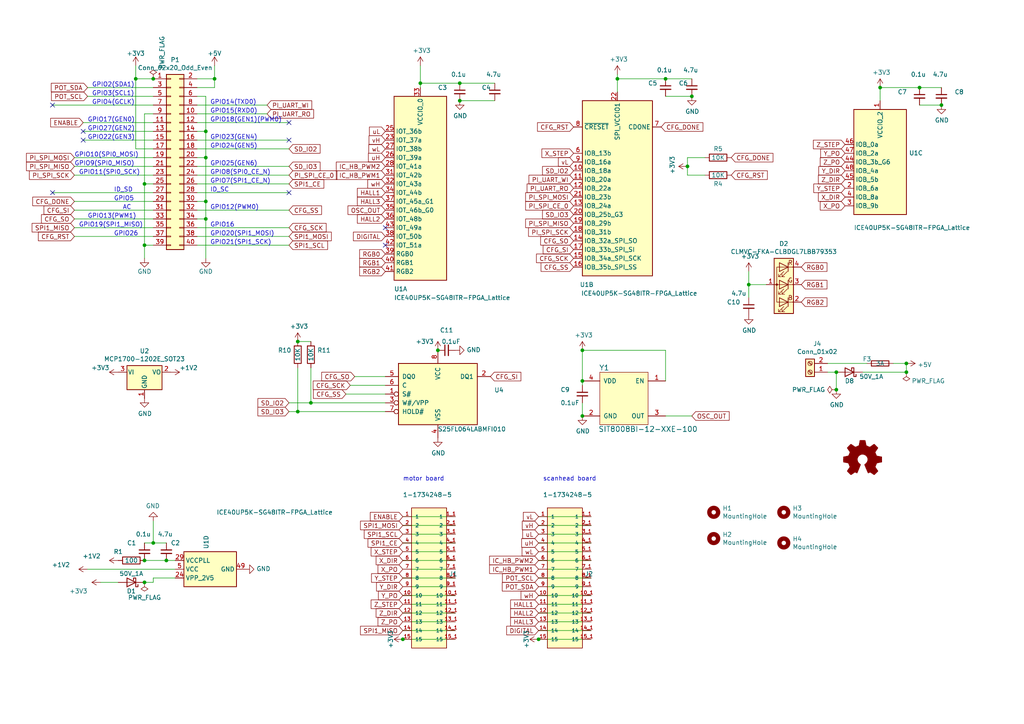
<source format=kicad_sch>
(kicad_sch (version 20211123) (generator eeschema)
  (paper "A4")
  (title_block (title "Firestarter ") (date "2021-07-30") (company "Hexastorm") (comment 1 "v3"))
  (junction (at 121.92 24.13))
  (junction (at 59.69 45.72))
  (junction (at 41.91 162.56))
  (junction (at 168.91 101.6))
  (junction (at 262.89 107.95))
  (junction (at 262.89 105.41))
  (junction (at 199.39 48.26))
  (junction (at 266.7 25.4))
  (junction (at 59.69 58.42))
  (junction (at 59.69 38.1))
  (junction (at 90.17 116.84))
  (junction (at 41.91 168.91))
  (junction (at 242.57 107.95))
  (junction (at 44.45 157.48))
  (junction (at 217.17 82.55))
  (junction (at 193.04 22.86))
  (junction (at 156.21 185.42))
  (junction (at 116.84 185.42))
  (junction (at 59.69 63.5))
  (junction (at 127 101.6))
  (junction (at 86.36 119.38))
  (junction (at 179.07 22.86))
  (junction (at 168.91 120.65))
  (junction (at 48.26 162.56))
  (junction (at 86.36 99.06))
  (junction (at 44.45 22.86))
  (junction (at 41.91 71.12))
  (junction (at 273.05 30.48))
  (junction (at 133.35 29.21))
  (junction (at 39.37 22.86))
  (junction (at 200.66 27.94))
  (junction (at 133.35 24.13))
  (junction (at 255.27 25.4))
  (junction (at 168.91 110.49))
  (junction (at 242.57 113.03))
  (junction (at 62.23 22.86))
  (junction (at 41.91 53.34))
  (no_connect (at 83.82 40.64))
  (no_connect (at 24.13 40.64))
  (no_connect (at 83.82 55.88))
  (no_connect (at 24.13 38.1))
  (no_connect (at 111.76 66.04))
  (no_connect (at 83.82 35.56))
  (no_connect (at 15.24 55.88))
  (no_connect (at 111.76 71.12))
  (no_connect (at 15.24 30.48))
  (wire (pts (xy 262.89 105.41) (xy 262.89 107.95)))
  (wire (pts (xy 250.19 107.95) (xy 262.89 107.95)))
  (wire (pts (xy 21.59 58.42) (xy 44.45 58.42)))
  (wire (pts (xy 143.51 29.21) (xy 133.35 29.21)))
  (wire (pts (xy 86.36 119.38) (xy 111.76 119.38)))
  (wire (pts (xy 240.03 105.41) (xy 251.46 105.41)))
  (wire (pts (xy 121.92 24.13) (xy 121.92 19.05)))
  (wire (pts (xy 59.69 27.94) (xy 57.15 27.94)))
  (wire (pts (xy 266.7 30.48) (xy 273.05 30.48)))
  (wire (pts (xy 199.39 50.8) (xy 204.47 50.8)))
  (wire (pts (xy 204.47 45.72) (xy 199.39 45.72)))
  (wire (pts (xy 57.15 53.34) (xy 83.82 53.34)))
  (wire (pts (xy 57.15 35.56) (xy 83.82 35.56)))
  (wire (pts (xy 44.45 151.13) (xy 44.45 157.48)))
  (wire (pts (xy 168.91 101.6) (xy 193.04 101.6)))
  (wire (pts (xy 57.15 55.88) (xy 83.82 55.88)))
  (wire (pts (xy 57.15 43.18) (xy 83.82 43.18)))
  (wire (pts (xy 193.04 101.6) (xy 193.04 110.49)))
  (wire (pts (xy 59.69 63.5) (xy 59.69 74.93)))
  (wire (pts (xy 116.84 149.86) (xy 132.08 149.86)))
  (wire (pts (xy 179.07 22.86) (xy 179.07 21.59)))
  (wire (pts (xy 156.21 167.64) (xy 171.45 167.64)))
  (wire (pts (xy 116.84 167.64) (xy 132.08 167.64)))
  (wire (pts (xy 41.91 157.48) (xy 44.45 157.48)))
  (wire (pts (xy 116.84 182.88) (xy 132.08 182.88)))
  (wire (pts (xy 83.82 119.38) (xy 86.36 119.38)))
  (wire (pts (xy 29.21 168.91) (xy 34.29 168.91)))
  (wire (pts (xy 156.21 172.72) (xy 171.45 172.72)))
  (wire (pts (xy 59.69 45.72) (xy 59.69 58.42)))
  (wire (pts (xy 116.84 154.94) (xy 132.08 154.94)))
  (wire (pts (xy 21.59 63.5) (xy 44.45 63.5)))
  (wire (pts (xy 255.27 25.4) (xy 266.7 25.4)))
  (wire (pts (xy 90.17 99.06) (xy 86.36 99.06)))
  (wire (pts (xy 199.39 48.26) (xy 199.39 45.72)))
  (wire (pts (xy 116.84 170.18) (xy 132.08 170.18)))
  (wire (pts (xy 121.92 24.13) (xy 133.35 24.13)))
  (wire (pts (xy 59.69 27.94) (xy 59.69 38.1)))
  (wire (pts (xy 116.84 180.34) (xy 132.08 180.34)))
  (wire (pts (xy 259.08 105.41) (xy 262.89 105.41)))
  (wire (pts (xy 156.21 162.56) (xy 171.45 162.56)))
  (wire (pts (xy 156.21 165.1) (xy 171.45 165.1)))
  (wire (pts (xy 179.07 26.67) (xy 179.07 22.86)))
  (wire (pts (xy 156.21 182.88) (xy 171.45 182.88)))
  (wire (pts (xy 242.57 107.95) (xy 242.57 113.03)))
  (wire (pts (xy 57.15 71.12) (xy 83.82 71.12)))
  (wire (pts (xy 116.84 177.8) (xy 132.08 177.8)))
  (wire (pts (xy 62.23 25.4) (xy 57.15 25.4)))
  (wire (pts (xy 41.91 33.02) (xy 41.91 53.34)))
  (wire (pts (xy 156.21 149.86) (xy 171.45 149.86)))
  (wire (pts (xy 116.84 152.4) (xy 132.08 152.4)))
  (wire (pts (xy 116.84 172.72) (xy 132.08 172.72)))
  (wire (pts (xy 39.37 22.86) (xy 44.45 22.86)))
  (wire (pts (xy 25.4 27.94) (xy 44.45 27.94)))
  (wire (pts (xy 59.69 58.42) (xy 57.15 58.42)))
  (wire (pts (xy 41.91 53.34) (xy 41.91 71.12)))
  (wire (pts (xy 44.45 168.91) (xy 44.45 167.64)))
  (wire (pts (xy 39.37 22.86) (xy 39.37 43.18)))
  (wire (pts (xy 39.37 19.05) (xy 39.37 22.86)))
  (wire (pts (xy 168.91 101.6) (xy 168.91 110.49)))
  (wire (pts (xy 44.45 55.88) (xy 15.24 55.88)))
  (wire (pts (xy 21.59 50.8) (xy 44.45 50.8)))
  (wire (pts (xy 59.69 45.72) (xy 57.15 45.72)))
  (wire (pts (xy 156.21 170.18) (xy 171.45 170.18)))
  (wire (pts (xy 62.23 19.05) (xy 62.23 22.86)))
  (wire (pts (xy 57.15 66.04) (xy 83.82 66.04)))
  (wire (pts (xy 59.69 38.1) (xy 59.69 45.72)))
  (wire (pts (xy 24.13 35.56) (xy 44.45 35.56)))
  (wire (pts (xy 15.24 30.48) (xy 44.45 30.48)))
  (wire (pts (xy 57.15 30.48) (xy 77.47 30.48)))
  (wire (pts (xy 24.13 40.64) (xy 44.45 40.64)))
  (wire (pts (xy 217.17 82.55) (xy 222.25 82.55)))
  (wire (pts (xy 156.21 154.94) (xy 171.45 154.94)))
  (wire (pts (xy 255.27 25.4) (xy 255.27 29.21)))
  (wire (pts (xy 217.17 78.74) (xy 217.17 82.55)))
  (wire (pts (xy 90.17 106.68) (xy 90.17 116.84)))
  (wire (pts (xy 156.21 175.26) (xy 171.45 175.26)))
  (wire (pts (xy 57.15 40.64) (xy 83.82 40.64)))
  (wire (pts (xy 44.45 167.64) (xy 50.8 167.64)))
  (wire (pts (xy 48.26 162.56) (xy 50.8 162.56)))
  (wire (pts (xy 116.84 157.48) (xy 132.08 157.48)))
  (wire (pts (xy 44.45 48.26) (xy 21.59 48.26)))
  (wire (pts (xy 59.69 58.42) (xy 59.69 63.5)))
  (wire (pts (xy 156.21 157.48) (xy 171.45 157.48)))
  (wire (pts (xy 90.17 116.84) (xy 111.76 116.84)))
  (wire (pts (xy 41.91 53.34) (xy 44.45 53.34)))
  (wire (pts (xy 57.15 33.02) (xy 77.47 33.02)))
  (wire (pts (xy 62.23 22.86) (xy 62.23 25.4)))
  (wire (pts (xy 41.91 71.12) (xy 44.45 71.12)))
  (wire (pts (xy 111.76 114.3) (xy 100.33 114.3)))
  (wire (pts (xy 199.39 48.26) (xy 199.39 50.8)))
  (wire (pts (xy 200.66 22.86) (xy 193.04 22.86)))
  (wire (pts (xy 240.03 107.95) (xy 242.57 107.95)))
  (wire (pts (xy 133.35 24.13) (xy 143.51 24.13)))
  (wire (pts (xy 121.92 25.4) (xy 121.92 24.13)))
  (wire (pts (xy 266.7 25.4) (xy 273.05 25.4)))
  (wire (pts (xy 44.45 68.58) (xy 21.59 68.58)))
  (wire (pts (xy 116.84 175.26) (xy 132.08 175.26)))
  (wire (pts (xy 21.59 45.72) (xy 44.45 45.72)))
  (wire (pts (xy 116.84 185.42) (xy 132.08 185.42)))
  (wire (pts (xy 57.15 50.8) (xy 83.82 50.8)))
  (wire (pts (xy 21.59 66.04) (xy 44.45 66.04)))
  (wire (pts (xy 156.21 185.42) (xy 171.45 185.42)))
  (wire (pts (xy 41.91 162.56) (xy 48.26 162.56)))
  (wire (pts (xy 193.04 22.86) (xy 179.07 22.86)))
  (wire (pts (xy 21.59 60.96) (xy 44.45 60.96)))
  (wire (pts (xy 59.69 38.1) (xy 57.15 38.1)))
  (wire (pts (xy 168.91 116.84) (xy 168.91 120.65)))
  (wire (pts (xy 57.15 48.26) (xy 83.82 48.26)))
  (wire (pts (xy 41.91 168.91) (xy 44.45 168.91)))
  (wire (pts (xy 86.36 119.38) (xy 86.36 106.68)))
  (wire (pts (xy 116.84 160.02) (xy 132.08 160.02)))
  (wire (pts (xy 25.4 165.1) (xy 50.8 165.1)))
  (wire (pts (xy 156.21 180.34) (xy 171.45 180.34)))
  (wire (pts (xy 101.6 111.76) (xy 111.76 111.76)))
  (wire (pts (xy 83.82 116.84) (xy 90.17 116.84)))
  (wire (pts (xy 171.45 177.8) (xy 156.21 177.8)))
  (wire (pts (xy 116.84 165.1) (xy 132.08 165.1)))
  (wire (pts (xy 44.45 157.48) (xy 48.26 157.48)))
  (wire (pts (xy 156.21 160.02) (xy 171.45 160.02)))
  (wire (pts (xy 57.15 68.58) (xy 83.82 68.58)))
  (wire (pts (xy 62.23 22.86) (xy 57.15 22.86)))
  (wire (pts (xy 24.13 38.1) (xy 44.45 38.1)))
  (wire (pts (xy 41.91 71.12) (xy 41.91 74.93)))
  (wire (pts (xy 111.76 109.22) (xy 102.87 109.22)))
  (wire (pts (xy 59.69 63.5) (xy 57.15 63.5)))
  (wire (pts (xy 39.37 43.18) (xy 44.45 43.18)))
  (wire (pts (xy 156.21 152.4) (xy 171.45 152.4)))
  (wire (pts (xy 168.91 111.76) (xy 168.91 110.49)))
  (wire (pts (xy 25.4 25.4) (xy 44.45 25.4)))
  (wire (pts (xy 41.91 33.02) (xy 44.45 33.02)))
  (wire (pts (xy 116.84 162.56) (xy 132.08 162.56)))
  (wire (pts (xy 217.17 82.55) (xy 217.17 86.36)))
  (wire (pts (xy 57.15 60.96) (xy 83.82 60.96)))
  (wire (pts (xy 193.04 120.65) (xy 200.66 120.65)))
  (wire (pts (xy 193.04 27.94) (xy 200.66 27.94)))
  (text "GPIO21(SPI1_SCK)" (at 60.96 71.12 0) (effects (font (size 1.27 1.27)) (justify left bottom)))
  (text "GPIO4(GCLK)" (at 26.67 30.48 0) (effects (font (size 1.27 1.27)) (justify left bottom)))
  (text "GPIO11(SPI0_SCK)" (at 22.86 50.8 0) (effects (font (size 1.27 1.27)) (justify left bottom)))
  (text "GPIO18(GEN1)(PWM0)" (at 60.96 35.56 0) (effects (font (size 1.27 1.27)) (justify left bottom)))
  (text "GPIO15(RXD0)" (at 60.96 33.02 0) (effects (font (size 1.27 1.27)) (justify left bottom)))
  (text "GPIO19(SPI1_MISO)" (at 22.86 66.04 0) (effects (font (size 1.27 1.27)) (justify left bottom)))
  (text "GPIO25(GEN6)" (at 60.96 48.26 0) (effects (font (size 1.27 1.27)) (justify left bottom)))
  (text "GPIO14(TXD0)" (at 60.96 30.48 0) (effects (font (size 1.27 1.27)) (justify left bottom)))
  (text "GPIO5" (at 33.02 58.42 0) (effects (font (size 1.27 1.27)) (justify left bottom)))
  (text "GPIO12(PWM0)" (at 60.96 60.96 0) (effects (font (size 1.27 1.27)) (justify left bottom)))
  (text "GPIO3(SCL1)" (at 26.67 27.94 0) (effects (font (size 1.27 1.27)) (justify left bottom)))
  (text "GPIO22(GEN3)" (at 25.4 40.64 0) (effects (font (size 1.27 1.27)) (justify left bottom)))
  (text "GPIO26" (at 33.02 68.58 0) (effects (font (size 1.27 1.27)) (justify left bottom)))
  (text "GPIO16" (at 60.96 66.04 0) (effects (font (size 1.27 1.27)) (justify left bottom)))
  (text "GPIO27(GEN2)" (at 25.4 38.1 0) (effects (font (size 1.27 1.27)) (justify left bottom)))
  (text "GPIO8(SPI0_CE_N)" (at 60.96 50.8 0) (effects (font (size 1.27 1.27)) (justify left bottom)))
  (text "GPIO2(SDA1)" (at 26.67 25.4 0) (effects (font (size 1.27 1.27)) (justify left bottom)))
  (text "ID_SD" (at 33.02 55.88 0) (effects (font (size 1.27 1.27)) (justify left bottom)))
  (text "GPIO20(SPI1_MOSI)" (at 60.96 68.58 0) (effects (font (size 1.27 1.27)) (justify left bottom)))
  (text "motor board" (at 116.84 139.7 0) (effects (font (size 1.27 1.27)) (justify left bottom)))
  (text "GPIO17(GEN0)" (at 25.4 35.56 0) (effects (font (size 1.27 1.27)) (justify left bottom)))
  (text "GPIO9(SPI0_MISO)" (at 21.59 48.26 0) (effects (font (size 1.27 1.27)) (justify left bottom)))
  (text "GPIO24(GEN5)" (at 60.96 43.18 0) (effects (font (size 1.27 1.27)) (justify left bottom)))
  (text "GPIO7(SPI1_CE_N)" (at 60.96 53.34 0) (effects (font (size 1.27 1.27)) (justify left bottom)))
  (text "GPIO10(SPI0_MOSI)" (at 21.59 45.72 0) (effects (font (size 1.27 1.27)) (justify left bottom)))
  (text "ID_SC" (at 60.96 55.88 0) (effects (font (size 1.27 1.27)) (justify left bottom)))
  (text "AC" (at 35.56 60.96 0) (effects (font (size 1.27 1.27)) (justify left bottom)))
  (text "scanhead board" (at 157.48 139.7 0) (effects (font (size 1.27 1.27)) (justify left bottom)))
  (text "GPIO13(PWM1)" (at 25.4 63.5 0) (effects (font (size 1.27 1.27)) (justify left bottom)))
  (text "GPIO23(GEN4)" (at 60.96 40.64 0) (effects (font (size 1.27 1.27)) (justify left bottom)))
  (global_label "SD_IO2" (shape input) (at 166.37 49.53 180) (property "Intersheet References" "${INTERSHEET_REFS}" (effects hide)))
  (global_label "CFG_DONE" (shape input) (at 21.59 58.42 180) (property "Intersheet References" "${INTERSHEET_REFS}" (effects hide)))
  (global_label "DIGITAL" (shape input) (at 156.21 182.88 180) (property "Intersheet References" "${INTERSHEET_REFS}" (effects hide)))
  (global_label "SPI1_CE" (shape input) (at 116.84 157.48 180) (property "Intersheet References" "${INTERSHEET_REFS}" (effects hide)))
  (global_label "PI_SPI_MISO" (shape input) (at 166.37 64.77 180) (property "Intersheet References" "${INTERSHEET_REFS}" (effects hide)))
  (global_label "CFG_RST" (shape input) (at 212.09 50.8 0) (property "Intersheet References" "${INTERSHEET_REFS}" (effects hide)))
  (global_label "CFG_SI" (shape input) (at 21.59 60.96 180) (property "Intersheet References" "${INTERSHEET_REFS}" (effects hide)))
  (global_label "OSC_OUT" (shape input) (at 200.66 120.65 0) (property "Intersheet References" "${INTERSHEET_REFS}" (effects hide)))
  (global_label "SD_IO3" (shape input) (at 83.82 48.26 0) (property "Intersheet References" "${INTERSHEET_REFS}" (effects hide)))
  (global_label "RGB1" (shape input) (at 111.76 76.2 180) (property "Intersheet References" "${INTERSHEET_REFS}" (effects hide)))
  (global_label "Y_DIR" (shape input) (at 245.11 49.53 180) (property "Intersheet References" "${INTERSHEET_REFS}" (effects hide)))
  (global_label "SD_IO3" (shape input) (at 166.37 62.23 180) (property "Intersheet References" "${INTERSHEET_REFS}" (effects hide)))
  (global_label "wL" (shape input) (at 156.21 160.02 180) (property "Intersheet References" "${INTERSHEET_REFS}" (effects hide)))
  (global_label "PI_SPI_MOSI" (shape input) (at 166.37 57.15 180) (property "Intersheet References" "${INTERSHEET_REFS}" (effects hide)))
  (global_label "PI_SPI_SCK" (shape input) (at 21.59 50.8 180) (property "Intersheet References" "${INTERSHEET_REFS}" (effects hide)))
  (global_label "CFG_SS" (shape input) (at 166.37 77.47 180) (property "Intersheet References" "${INTERSHEET_REFS}" (effects hide)))
  (global_label "POT_SDA" (shape input) (at 156.21 170.18 180) (property "Intersheet References" "${INTERSHEET_REFS}" (effects hide)))
  (global_label "PI_SPI_CE_0" (shape input) (at 166.37 59.69 180) (property "Intersheet References" "${INTERSHEET_REFS}" (effects hide)))
  (global_label "CFG_SO" (shape input) (at 21.59 63.5 180) (property "Intersheet References" "${INTERSHEET_REFS}" (effects hide)))
  (global_label "wH" (shape input) (at 156.21 172.72 180) (property "Intersheet References" "${INTERSHEET_REFS}" (effects hide)))
  (global_label "Z_PO" (shape input) (at 116.84 180.34 180) (property "Intersheet References" "${INTERSHEET_REFS}" (effects hide)))
  (global_label "ENABLE" (shape input) (at 116.84 149.86 180) (property "Intersheet References" "${INTERSHEET_REFS}" (effects hide)))
  (global_label "CFG_SCK" (shape input) (at 101.6 111.76 180) (property "Intersheet References" "${INTERSHEET_REFS}" (effects hide)))
  (global_label "X_STEP" (shape input) (at 116.84 160.02 180) (property "Intersheet References" "${INTERSHEET_REFS}" (effects hide)))
  (global_label "POT_SDA" (shape input) (at 25.4 25.4 180) (property "Intersheet References" "${INTERSHEET_REFS}" (effects hide)))
  (global_label "X_PO" (shape input) (at 245.11 59.69 180) (property "Intersheet References" "${INTERSHEET_REFS}" (effects hide)))
  (global_label "Y_DIR" (shape input) (at 116.84 170.18 180) (property "Intersheet References" "${INTERSHEET_REFS}" (effects hide)))
  (global_label "uL" (shape input) (at 111.76 38.1 180) (property "Intersheet References" "${INTERSHEET_REFS}" (effects hide)))
  (global_label "Y_PO" (shape input) (at 116.84 172.72 180) (property "Intersheet References" "${INTERSHEET_REFS}" (effects hide)))
  (global_label "CFG_RST" (shape input) (at 166.37 36.83 180) (property "Intersheet References" "${INTERSHEET_REFS}" (effects hide)))
  (global_label "SD_IO2" (shape input) (at 83.82 43.18 0) (property "Intersheet References" "${INTERSHEET_REFS}" (effects hide)))
  (global_label "HALL2" (shape input) (at 156.21 177.8 180) (property "Intersheet References" "${INTERSHEET_REFS}" (effects hide)))
  (global_label "IC_HB_PWM1" (shape input) (at 111.76 50.8 180) (property "Intersheet References" "${INTERSHEET_REFS}" (effects hide)))
  (global_label "HALL3" (shape input) (at 156.21 180.34 180) (property "Intersheet References" "${INTERSHEET_REFS}" (effects hide)))
  (global_label "SPI1_CE" (shape input) (at 83.82 53.34 0) (property "Intersheet References" "${INTERSHEET_REFS}" (effects hide)))
  (global_label "PI_SPI_CE_0" (shape input) (at 83.82 50.8 0) (property "Intersheet References" "${INTERSHEET_REFS}" (effects hide)))
  (global_label "uH" (shape input) (at 111.76 45.72 180) (property "Intersheet References" "${INTERSHEET_REFS}" (effects hide)))
  (global_label "SD_IO3" (shape input) (at 83.82 119.38 180) (property "Intersheet References" "${INTERSHEET_REFS}" (effects hide)))
  (global_label "PI_UART_RO" (shape input) (at 166.37 54.61 180) (property "Intersheet References" "${INTERSHEET_REFS}" (effects hide)))
  (global_label "CFG_SO" (shape input) (at 166.37 69.85 180) (property "Intersheet References" "${INTERSHEET_REFS}" (effects hide)))
  (global_label "Z_PO" (shape input) (at 245.11 46.99 180) (property "Intersheet References" "${INTERSHEET_REFS}" (effects hide)))
  (global_label "IC_HB_PWM1" (shape input) (at 156.21 165.1 180) (property "Intersheet References" "${INTERSHEET_REFS}" (effects hide)))
  (global_label "RGB0" (shape input) (at 111.76 73.66 180) (property "Intersheet References" "${INTERSHEET_REFS}" (effects hide)))
  (global_label "CFG_SO" (shape input) (at 102.87 109.22 180) (property "Intersheet References" "${INTERSHEET_REFS}" (effects hide)))
  (global_label "Y_PO" (shape input) (at 245.11 44.45 180) (property "Intersheet References" "${INTERSHEET_REFS}" (effects hide)))
  (global_label "POT_SCL" (shape input) (at 156.21 167.64 180) (property "Intersheet References" "${INTERSHEET_REFS}" (effects hide)))
  (global_label "CFG_SI" (shape input) (at 142.24 109.22 0) (property "Intersheet References" "${INTERSHEET_REFS}" (effects hide)))
  (global_label "wH" (shape input) (at 111.76 53.34 180) (property "Intersheet References" "${INTERSHEET_REFS}" (effects hide)))
  (global_label "PI_SPI_MOSI" (shape input) (at 21.59 45.72 180) (property "Intersheet References" "${INTERSHEET_REFS}" (effects hide)))
  (global_label "vL" (shape input) (at 156.21 149.86 180) (property "Intersheet References" "${INTERSHEET_REFS}" (effects hide)))
  (global_label "wL" (shape input) (at 111.76 43.18 180) (property "Intersheet References" "${INTERSHEET_REFS}" (effects hide)))
  (global_label "SPI1_SCL" (shape input) (at 83.82 71.12 0) (property "Intersheet References" "${INTERSHEET_REFS}" (effects hide)))
  (global_label "SPI1_MOSI" (shape input) (at 83.82 68.58 0) (property "Intersheet References" "${INTERSHEET_REFS}" (effects hide)))
  (global_label "Y_STEP" (shape input) (at 245.11 54.61 180) (property "Intersheet References" "${INTERSHEET_REFS}" (effects hide)))
  (global_label "POT_SCL" (shape input) (at 25.4 27.94 180) (property "Intersheet References" "${INTERSHEET_REFS}" (effects hide)))
  (global_label "SPI1_MISO" (shape input) (at 116.84 182.88 180) (property "Intersheet References" "${INTERSHEET_REFS}" (effects hide)))
  (global_label "uH" (shape input) (at 156.21 157.48 180) (property "Intersheet References" "${INTERSHEET_REFS}" (effects hide)))
  (global_label "PI_SPI_MISO" (shape input) (at 21.59 48.26 180) (property "Intersheet References" "${INTERSHEET_REFS}" (effects hide)))
  (global_label "Y_STEP" (shape input) (at 116.84 167.64 180) (property "Intersheet References" "${INTERSHEET_REFS}" (effects hide)))
  (global_label "CFG_DONE" (shape input) (at 191.77 36.83 0) (property "Intersheet References" "${INTERSHEET_REFS}" (effects hide)))
  (global_label "RGB1" (shape input) (at 232.41 82.55 0) (property "Intersheet References" "${INTERSHEET_REFS}" (effects hide)))
  (global_label "HALL3" (shape input) (at 111.76 58.42 180) (property "Intersheet References" "${INTERSHEET_REFS}" (effects hide)))
  (global_label "Z_STEP" (shape input) (at 245.11 41.91 180) (property "Intersheet References" "${INTERSHEET_REFS}" (effects hide)))
  (global_label "RGB2" (shape input) (at 111.76 78.74 180) (property "Intersheet References" "${INTERSHEET_REFS}" (effects hide)))
  (global_label "IC_HB_PWM2" (shape input) (at 156.21 162.56 180) (property "Intersheet References" "${INTERSHEET_REFS}" (effects hide)))
  (global_label "SD_IO2" (shape input) (at 83.82 116.84 180) (property "Intersheet References" "${INTERSHEET_REFS}" (effects hide)))
  (global_label "vH" (shape input) (at 111.76 40.64 180) (property "Intersheet References" "${INTERSHEET_REFS}" (effects hide)))
  (global_label "PI_UART_RO" (shape input) (at 77.47 33.02 0) (property "Intersheet References" "${INTERSHEET_REFS}" (effects hide)))
  (global_label "PI_SPI_SCK" (shape input) (at 166.37 67.31 180) (property "Intersheet References" "${INTERSHEET_REFS}" (effects hide)))
  (global_label "HALL1" (shape input) (at 111.76 55.88 180) (property "Intersheet References" "${INTERSHEET_REFS}" (effects hide)))
  (global_label "X_DIR" (shape input) (at 116.84 162.56 180) (property "Intersheet References" "${INTERSHEET_REFS}" (effects hide)))
  (global_label "CFG_SI" (shape input) (at 166.37 72.39 180) (property "Intersheet References" "${INTERSHEET_REFS}" (effects hide)))
  (global_label "vL" (shape input) (at 166.37 46.99 180) (property "Intersheet References" "${INTERSHEET_REFS}" (effects hide)))
  (global_label "IC_HB_PWM2" (shape input) (at 111.76 48.26 180) (property "Intersheet References" "${INTERSHEET_REFS}" (effects hide)))
  (global_label "X_STEP" (shape input) (at 166.37 44.45 180) (property "Intersheet References" "${INTERSHEET_REFS}" (effects hide)))
  (global_label "RGB2" (shape input) (at 232.41 87.63 0) (property "Intersheet References" "${INTERSHEET_REFS}" (effects hide)))
  (global_label "CFG_DONE" (shape input) (at 212.09 45.72 0) (property "Intersheet References" "${INTERSHEET_REFS}" (effects hide)))
  (global_label "SPI1_MISO" (shape input) (at 21.59 66.04 180) (property "Intersheet References" "${INTERSHEET_REFS}" (effects hide)))
  (global_label "OSC_OUT" (shape input) (at 111.76 60.96 180) (property "Intersheet References" "${INTERSHEET_REFS}" (effects hide)))
  (global_label "Z_STEP" (shape input) (at 116.84 175.26 180) (property "Intersheet References" "${INTERSHEET_REFS}" (effects hide)))
  (global_label "CFG_SS" (shape input) (at 100.33 114.3 180) (property "Intersheet References" "${INTERSHEET_REFS}" (effects hide)))
  (global_label "HALL1" (shape input) (at 156.21 175.26 180) (property "Intersheet References" "${INTERSHEET_REFS}" (effects hide)))
  (global_label "HALL2" (shape input) (at 111.76 63.5 180) (property "Intersheet References" "${INTERSHEET_REFS}" (effects hide)))
  (global_label "PI_UART_WI" (shape input) (at 166.37 52.07 180) (property "Intersheet References" "${INTERSHEET_REFS}" (effects hide)))
  (global_label "RGB0" (shape input) (at 232.41 77.47 0) (property "Intersheet References" "${INTERSHEET_REFS}" (effects hide)))
  (global_label "CFG_SS" (shape input) (at 83.82 60.96 0) (property "Intersheet References" "${INTERSHEET_REFS}" (effects hide)))
  (global_label "SPI1_MOSI" (shape input) (at 116.84 152.4 180) (property "Intersheet References" "${INTERSHEET_REFS}" (effects hide)))
  (global_label "uL" (shape input) (at 156.21 154.94 180) (property "Intersheet References" "${INTERSHEET_REFS}" (effects hide)))
  (global_label "CFG_SCK" (shape input) (at 83.82 66.04 0) (property "Intersheet References" "${INTERSHEET_REFS}" (effects hide)))
  (global_label "Z_DIR" (shape input) (at 116.84 177.8 180) (property "Intersheet References" "${INTERSHEET_REFS}" (effects hide)))
  (global_label "X_PO" (shape input) (at 116.84 165.1 180) (property "Intersheet References" "${INTERSHEET_REFS}" (effects hide)))
  (global_label "PI_UART_WI" (shape input) (at 77.47 30.48 0) (property "Intersheet References" "${INTERSHEET_REFS}" (effects hide)))
  (global_label "ENABLE" (shape input) (at 24.13 35.56 180) (property "Intersheet References" "${INTERSHEET_REFS}" (effects hide)))
  (global_label "Z_DIR" (shape input) (at 245.11 52.07 180) (property "Intersheet References" "${INTERSHEET_REFS}" (effects hide)))
  (global_label "CFG_SCK" (shape input) (at 166.37 74.93 180) (property "Intersheet References" "${INTERSHEET_REFS}" (effects hide)))
  (global_label "SPI1_SCL" (shape input) (at 116.84 154.94 180) (property "Intersheet References" "${INTERSHEET_REFS}" (effects hide)))
  (global_label "CFG_RST" (shape input) (at 21.59 68.58 180) (property "Intersheet References" "${INTERSHEET_REFS}" (effects hide)))
  (global_label "DIGITAL" (shape input) (at 111.76 68.58 180) (property "Intersheet References" "${INTERSHEET_REFS}" (effects hide)))
  (global_label "X_DIR" (shape input) (at 245.11 57.15 180) (property "Intersheet References" "${INTERSHEET_REFS}" (effects hide)))
  (global_label "vH" (shape input) (at 156.21 152.4 180) (property "Intersheet References" "${INTERSHEET_REFS}" (effects hide)))
  (symbol (lib_id "power:+5V") (at 62.23 19.05 0) (unit 1)
    (property "Reference" "#PWR01" (effects hide))
    (property "Value" "+5V" (at 62.23 15.494 0))
  )
  (symbol (lib_id "power:+3.3V") (at 39.37 19.05 0) (unit 1)
    (property "Reference" "#PWR04" (effects hide))
    (property "Value" "+3.3V" (at 39.37 15.494 0))
  )
  (symbol (lib_id "power:GND") (at 59.69 74.93 0) (unit 1)
    (property "Reference" "#PWR02" (effects hide))
    (property "Value" "GND" (at 59.69 78.74 0))
  )
  (symbol (lib_id "power:GND") (at 41.91 74.93 0) (unit 1)
    (property "Reference" "#PWR03" (effects hide))
    (property "Value" "GND" (at 41.91 78.74 0))
  )
  (symbol (lib_id "Connector_Generic:Conn_02x20_Odd_Even") (at 49.53 45.72 0) (unit 1)
    (property "Reference" "P1" (at 50.8 17.3482 0))
    (property "Value" "Conn_02x20_Odd_Even" (at 50.8 19.6596 0))
    (property "Footprint" "Connector_PinSocket_2.54mm:PinSocket_2x20_P2.54mm_Vertical" (effects hide))
  )
  (symbol (lib_id "Device:R") (at 208.28 45.72 90) (unit 1)
    (property "Reference" "R5" (at 208.28 43.18 90))
    (property "Value" "10K" (at 208.28 45.72 90))
    (property "Footprint" "Resistor_SMD:R_0805_2012Metric_Pad1.15x1.40mm_HandSolder" (effects hide))
  )
  (symbol (lib_id "beagle-wire:+5V") (at 262.89 105.41 270) (unit 1)
    (property "Reference" "#PWR0126" (effects hide))
    (property "Value" "+5V" (at 266.1412 105.791 90) (effects (justify left)))
  )
  (symbol (lib_id "Graphic:Logo_Open_Hardware_Small") (at 250.19 133.35 0) (unit 1)
    (property "Reference" "G1" (effects hide))
    (property "Value" "hexastorm" (effects hide))
    (property "Footprint" "footprints:hexastorm" (effects hide))
  )
  (symbol (lib_id "power:GND") (at 242.57 113.03 0) (unit 1)
    (property "Reference" "#PWR0127" (effects hide))
    (property "Value" "GND" (at 242.697 117.4242 0))
  )
  (symbol (lib_id "power:PWR_FLAG") (at 262.89 107.95 180) (unit 1)
    (property "Reference" "#FLG0101" (effects hide))
    (property "Value" "PWR_FLAG" (at 269.24 110.49 0))
  )
  (symbol (lib_id "power:PWR_FLAG") (at 242.57 113.03 90) (unit 1)
    (property "Reference" "#FLG0102" (effects hide))
    (property "Value" "PWR_FLAG" (at 239.3442 113.03 90) (effects (justify left)))
  )
  (symbol (lib_id "power:+3V3") (at 127 101.6 0) (unit 1)
    (property "Reference" "#PWR0128" (effects hide))
    (property "Value" "+3V3" (at 123.19 99.06 0))
  )
  (symbol (lib_id "Device:C_Small") (at 129.54 101.6 90) (unit 1)
    (property "Reference" "C11" (at 129.54 95.7834 90))
    (property "Value" "0.1uF" (at 130.81 99.06 90))
    (property "Footprint" "Capacitor_SMD:C_0805_2012Metric_Pad1.18x1.45mm_HandSolder" (effects hide))
  )
  (symbol (lib_id "Device:Fuse") (at 255.27 105.41 270) (unit 1)
    (property "Reference" "F3" (at 251.46 104.14 90))
    (property "Value" "3A" (at 255.27 105.41 90))
    (property "Footprint" "Fuse:Fuse_1206_3216Metric" (effects hide))
    (property "Datasheet" "http://www.farnell.com/datasheets/719023.pdf" (effects hide))
  )
  (symbol (lib_id "Device:D_Schottky") (at 246.38 107.95 180) (unit 1)
    (property "Reference" "D8" (at 246.38 110.49 0))
    (property "Value" "50V_1A" (at 252.73 109.22 0))
    (property "Footprint" "Diode_SMD:D_SMA_Handsoldering" (effects hide))
    (property "Datasheet" "http://www.farnell.com/datasheets/2300053.pdf" (effects hide))
  )
  (symbol (lib_id "power:GND") (at 132.08 101.6 90) (unit 1)
    (property "Reference" "#PWR0129" (effects hide))
    (property "Value" "GND" (at 135.3312 101.473 90) (effects (justify right)))
  )
  (symbol (lib_id "power:GND") (at 127 127 0) (unit 1)
    (property "Reference" "#PWR0130" (effects hide))
    (property "Value" "GND" (at 127.127 131.3942 0))
  )
  (symbol (lib_id "beagle-wire:M25PX32-VMW") (at 127 114.3 0) (unit 1)
    (property "Reference" "U4" (at 143.3576 113.1316 0) (effects (justify left)))
    (property "Value" "S25FL064LABMFI010" (at 127 124.46 0) (effects (justify left)))
    (property "Footprint" "Package_SO:SOIJ-8_5.3x5.3mm_P1.27mm" (effects hide))
    (property "Datasheet" "https://nl.farnell.com/cypress-semiconductor/s25fl064labmfi010/flash-memory-64mbit-soic-8/dp/2768034" (effects hide))
  )
  (symbol (lib_id "Device:R") (at 90.17 102.87 180) (unit 1)
    (property "Reference" "R11" (at 93.98 101.6 0))
    (property "Value" "10K" (at 90.17 102.87 90))
    (property "Footprint" "Resistor_SMD:R_0805_2012Metric_Pad1.15x1.40mm_HandSolder" (effects hide))
  )
  (symbol (lib_id "Device:R") (at 86.36 102.87 180) (unit 1)
    (property "Reference" "R10" (at 82.55 101.6 0))
    (property "Value" "10K" (at 86.36 102.87 90))
    (property "Footprint" "Resistor_SMD:R_0805_2012Metric_Pad1.15x1.40mm_HandSolder" (effects hide))
  )
  (symbol (lib_id "power:+3.3V") (at 86.36 99.06 0) (unit 1)
    (property "Reference" "#PWR0133" (effects hide))
    (property "Value" "+3.3V" (at 86.741 94.6658 0))
  )
  (symbol (lib_id "Regulator_Linear:MCP1700-1202E_SOT23") (at 41.91 107.95 0) (unit 1)
    (property "Reference" "U2" (at 41.91 101.8032 0))
    (property "Value" "MCP1700-1202E_SOT23" (at 41.91 104.1146 0))
    (property "Footprint" "Package_TO_SOT_SMD:SOT-23" (effects hide))
    (property "Datasheet" "http://ww1.microchip.com/downloads/en/DeviceDoc/20001826D.pdf" (effects hide))
  )
  (symbol (lib_id "Device:R") (at 208.28 50.8 90) (unit 1)
    (property "Reference" "R4" (at 208.28 53.34 90))
    (property "Value" "10K" (at 208.28 50.8 90))
    (property "Footprint" "Resistor_SMD:R_0805_2012Metric_Pad1.15x1.40mm_HandSolder" (effects hide))
  )
  (symbol (lib_id "power:+3.3V") (at 199.39 48.26 90) (unit 1)
    (property "Reference" "#PWR0136" (effects hide))
    (property "Value" "+3.3V" (at 194.9958 47.879 0))
  )
  (symbol (lib_id "power:PWR_FLAG") (at 44.45 22.86 0) (unit 1)
    (property "Reference" "#FLG0110" (effects hide))
    (property "Value" "PWR_FLAG" (at 46.99 15.24 90))
  )
  (symbol (lib_id "power:GND") (at 41.91 115.57 0) (unit 1)
    (property "Reference" "#PWR0149" (effects hide))
    (property "Value" "GND" (at 42.037 119.9642 0))
  )
  (symbol (lib_id "power:+3V3") (at 34.29 107.95 90) (unit 1)
    (property "Reference" "#PWR0150" (effects hide))
    (property "Value" "+3V3" (at 31.75 106.68 90) (effects (justify left)))
  )
  (symbol (lib_id "power:+1V2") (at 49.53 107.95 270) (unit 1)
    (property "Reference" "#PWR0151" (effects hide))
    (property "Value" "+1V2" (at 52.07 106.68 90) (effects (justify left)))
  )
  (symbol (lib_id "beagle-wire:ASDM100MHZ-LY-T") (at 181.61 106.68 0) (unit 1)
    (property "Reference" "Y1" (at 175.26 106.68 0) (effects (font (size 1.524 1.524))))
    (property "Value" "SIT8008BI-12-XXE-100" (at 187.96 124.46 0) (effects (font (size 1.524 1.524))))
    (property "Footprint" "BeagleWire_elements_package:ASDMB-100.000MHZ-XY-T" (effects hide))
    (property "Datasheet" "https://nl.farnell.com/sitime/sit8008bi-12-xxe-100-000000g/mems-osc-100mhz-2-5x2mm-lvcmos/dp/2850155" (effects hide))
  )
  (symbol (lib_id "power:GND") (at 168.91 120.65 0) (unit 1)
    (property "Reference" "#PWR0152" (effects hide))
    (property "Value" "GND" (at 169.037 125.0442 0))
  )
  (symbol (lib_id "Device:C_Small") (at 168.91 114.3 0) (unit 1)
    (property "Reference" "C9" (at 162.56 113.03 0) (effects (justify left)))
    (property "Value" "0.1uF" (at 162.56 116.84 0) (effects (justify left)))
    (property "Footprint" "Capacitor_SMD:C_0805_2012Metric_Pad1.15x1.40mm_HandSolder" (effects hide))
  )
  (symbol (lib_id "power:+3V3") (at 168.91 101.6 0) (unit 1)
    (property "Reference" "#PWR0153" (effects hide))
    (property "Value" "+3V3" (at 169.291 97.2058 0))
  )
  (symbol (lib_id "firestarter_library:1-1734248-5") (at 124.46 167.64 0) (unit 1)
    (property "Reference" "J1" (at 130.2512 166.4716 0) (effects (justify left)))
    (property "Value" "1-1734248-5" (at 116.84 143.51 0) (effects (justify left)))
    (property "Footprint" "BeagleWire_elements_package:TE_1-1734248-5" (effects hide))
    (property "EU_ROHS_COMPLIANCE" "Compliant" (effects hide))
    (property "STANDARD" "Manufacturer Recommendations" (effects hide))
    (property "TE_PURCHASE_URL" "https://www.te.com/usa-en/product-1-1734248-5.html?te_bu=Cor&te_type=disp&te_campaign=seda_glo_cor-seda-global-disp-prtnr-fy19-seda-model-bom-cta_sma-317_1&elqCampaignId=32493" (effects hide))
    (property "PRICE" "None" (effects hide))
    (property "MP" "1-1734248-5" (effects hide))
    (property "DESCRIPTION" "Conn FPC Connector SKT 15 POS 1mm Solder ST SMD T/R" (effects hide))
    (property "AVAILABILITY" "Unavailable" (effects hide))
    (property "COMMENT" "1-1734248-5" (effects hide))
    (property "MANUFACTURER" "TE Connectivity" (effects hide))
    (property "PARTREV" "E1" (effects hide))
    (property "PACKAGE" "None" (effects hide))
  )
  (symbol (lib_id "firestarter_library:1-1734248-5") (at 163.83 167.64 0) (unit 1)
    (property "Reference" "J2" (at 169.6212 166.4716 0) (effects (justify left)))
    (property "Value" "1-1734248-5" (at 157.48 143.51 0) (effects (justify left)))
    (property "Footprint" "BeagleWire_elements_package:TE_1-1734248-5" (effects hide))
    (property "EU_ROHS_COMPLIANCE" "Compliant" (effects hide))
    (property "STANDARD" "Manufacturer Recommendations" (effects hide))
    (property "TE_PURCHASE_URL" "https://www.te.com/usa-en/product-1-1734248-5.html?te_bu=Cor&te_type=disp&te_campaign=seda_glo_cor-seda-global-disp-prtnr-fy19-seda-model-bom-cta_sma-317_1&elqCampaignId=32493" (effects hide))
    (property "PRICE" "None" (effects hide))
    (property "MP" "1-1734248-5" (effects hide))
    (property "DESCRIPTION" "Conn FPC Connector SKT 15 POS 1mm Solder ST SMD T/R" (effects hide))
    (property "AVAILABILITY" "Unavailable" (effects hide))
    (property "COMMENT" "1-1734248-5" (effects hide))
    (property "MANUFACTURER" "TE Connectivity" (effects hide))
    (property "PARTREV" "E1" (effects hide))
    (property "PACKAGE" "None" (effects hide))
  )
  (symbol (lib_id "UPduino_v3.0:ICE40UP5K-SG48ITR-FPGA_Lattice") (at 121.92 53.34 0) (unit 1)
    (property "Reference" "U1" (at 114.3 83.82 0) (effects (justify left)))
    (property "Value" "ICE40UP5K-SG48ITR-FPGA_Lattice" (at 114.3 86.36 0) (effects (justify left)))
    (property "Footprint" "footprints:QFN-48-1EP_7x7mm_P0.5mm_EP5.6x5.6mm" (effects hide))
  )
  (symbol (lib_id "UPduino_v3.0:ICE40UP5K-SG48ITR-FPGA_Lattice") (at 179.07 54.61 0) (unit 2)
    (property "Reference" "U1" (at 170.18 82.55 0))
    (property "Value" "ICE40UP5K-SG48ITR-FPGA_Lattice" (at 185.42 85.09 0))
    (property "Footprint" "footprints:QFN-48-1EP_7x7mm_P0.5mm_EP5.6x5.6mm" (effects hide))
  )
  (symbol (lib_id "UPduino_v3.0:ICE40UP5K-SG48ITR-FPGA_Lattice") (at 255.27 46.99 0) (unit 3)
    (property "Reference" "U1" (at 263.652 44.3738 0) (effects (justify left)))
    (property "Value" "ICE40UP5K-SG48ITR-FPGA_Lattice" (at 247.65 66.04 0) (effects (justify left)))
    (property "Footprint" "footprints:QFN-48-1EP_7x7mm_P0.5mm_EP5.6x5.6mm" (effects hide))
  )
  (symbol (lib_id "UPduino_v3.0:ICE40UP5K-SG48ITR-FPGA_Lattice") (at 60.96 165.1 90) (unit 4)
    (property "Reference" "U1" (at 59.7916 159.258 0) (effects (justify left)))
    (property "Value" "ICE40UP5K-SG48ITR-FPGA_Lattice" (at 96.52 148.59 90) (effects (justify left)))
    (property "Footprint" "footprints:QFN-48-1EP_7x7mm_P0.5mm_EP5.6x5.6mm" (effects hide))
  )
  (symbol (lib_id "power:+3.3V") (at 121.92 19.05 0) (unit 1)
    (property "Reference" "#PWR0101" (effects hide))
    (property "Value" "+3.3V" (at 122.301 14.6558 0))
  )
  (symbol (lib_id "power:+3.3V") (at 179.07 21.59 0) (unit 1)
    (property "Reference" "#PWR0102" (effects hide))
    (property "Value" "+3.3V" (at 179.451 17.1958 0))
  )
  (symbol (lib_id "power:GND") (at 133.35 29.21 0) (unit 1)
    (property "Reference" "#PWR0103" (effects hide))
    (property "Value" "GND" (at 133.477 33.6042 0))
  )
  (symbol (lib_id "Device:C_Small") (at 133.35 26.67 0) (unit 1)
    (property "Reference" "C3" (at 127 25.4 0) (effects (justify left)))
    (property "Value" "0.1u" (at 130.81 21.59 0) (effects (justify left)))
    (property "Footprint" "Capacitor_SMD:C_0805_2012Metric_Pad1.18x1.45mm_HandSolder" (effects hide))
  )
  (symbol (lib_id "Device:C_Small") (at 143.51 26.67 0) (unit 1)
    (property "Reference" "C4" (at 139.7 25.4 0) (effects (justify left)))
    (property "Value" "4.7u" (at 140.97 21.59 0) (effects (justify left)))
    (property "Footprint" "Capacitor_SMD:C_0805_2012Metric_Pad1.18x1.45mm_HandSolder" (effects hide))
  )
  (symbol (lib_id "Device:C_Small") (at 193.04 25.4 0) (unit 1)
    (property "Reference" "C5" (at 187.96 24.13 0) (effects (justify left)))
    (property "Value" "0.1u" (at 190.5 20.32 0) (effects (justify left)))
    (property "Footprint" "Capacitor_SMD:C_0805_2012Metric_Pad1.18x1.45mm_HandSolder" (effects hide))
  )
  (symbol (lib_id "Device:C_Small") (at 200.66 25.4 0) (unit 1)
    (property "Reference" "C6" (at 196.85 24.13 0) (effects (justify left)))
    (property "Value" "4.7u" (at 198.12 20.32 0) (effects (justify left)))
    (property "Footprint" "Capacitor_SMD:C_0805_2012Metric_Pad1.18x1.45mm_HandSolder" (effects hide))
  )
  (symbol (lib_id "Device:C_Small") (at 266.7 27.94 0) (unit 1)
    (property "Reference" "C7" (at 260.35 26.67 0) (effects (justify left)))
    (property "Value" "0.1u" (at 264.16 21.59 0) (effects (justify left)))
    (property "Footprint" "Capacitor_SMD:C_0805_2012Metric_Pad1.18x1.45mm_HandSolder" (effects hide))
  )
  (symbol (lib_id "Device:C_Small") (at 273.05 27.94 0) (unit 1)
    (property "Reference" "C8" (at 276.86 26.67 0) (effects (justify left)))
    (property "Value" "4.7u" (at 270.51 21.59 0) (effects (justify left)))
    (property "Footprint" "Capacitor_SMD:C_0805_2012Metric_Pad1.18x1.45mm_HandSolder" (effects hide))
  )
  (symbol (lib_id "power:GND") (at 200.66 27.94 0) (unit 1)
    (property "Reference" "#PWR0104" (effects hide))
    (property "Value" "GND" (at 200.787 32.3342 0))
  )
  (symbol (lib_id "power:+3.3V") (at 255.27 25.4 0) (unit 1)
    (property "Reference" "#PWR0105" (effects hide))
    (property "Value" "+3.3V" (at 255.651 21.0058 0))
  )
  (symbol (lib_id "power:GND") (at 273.05 30.48 0) (unit 1)
    (property "Reference" "#PWR0106" (effects hide))
    (property "Value" "GND" (at 273.177 34.8742 0))
  )
  (symbol (lib_id "Connector:Screw_Terminal_01x02") (at 234.95 107.95 180) (unit 1)
    (property "Reference" "J4" (at 237.0328 99.695 0))
    (property "Value" "Conn_01x02" (at 237.0328 102.0064 0))
    (property "Footprint" "TerminalBlock_Phoenix:TerminalBlock_Phoenix_MKDS-1,5-2-5.08_1x02_P5.08mm_Horizontal" (effects hide))
  )
  (symbol (lib_id "power:+1V2") (at 34.29 162.56 90) (unit 1)
    (property "Reference" "#PWR0107" (effects hide))
    (property "Value" "+1V2" (at 29.21 161.29 90) (effects (justify left)))
  )
  (symbol (lib_id "power:GND") (at 71.12 165.1 90) (unit 1)
    (property "Reference" "#PWR0108" (effects hide))
    (property "Value" "GND" (at 74.3712 164.973 90) (effects (justify right)))
  )
  (symbol (lib_id "Device:R") (at 38.1 162.56 90) (unit 1)
    (property "Reference" "R1" (at 34.29 160.02 90))
    (property "Value" "100" (at 38.1 162.56 90))
    (property "Footprint" "Resistor_SMD:R_0805_2012Metric_Pad1.15x1.40mm_HandSolder" (effects hide))
  )
  (symbol (lib_id "Device:C_Small") (at 41.91 160.02 0) (unit 1)
    (property "Reference" "C1" (at 36.83 157.48 0) (effects (justify left)))
    (property "Value" "0.1u" (at 39.37 154.94 0) (effects (justify left)))
    (property "Footprint" "Capacitor_SMD:C_0805_2012Metric_Pad1.18x1.45mm_HandSolder" (effects hide))
  )
  (symbol (lib_id "Device:C_Small") (at 48.26 160.02 0) (unit 1)
    (property "Reference" "C2" (at 49.53 157.48 0) (effects (justify left)))
    (property "Value" "4.7u" (at 45.72 154.94 0) (effects (justify left)))
    (property "Footprint" "Capacitor_SMD:C_0805_2012Metric_Pad1.18x1.45mm_HandSolder" (effects hide))
  )
  (symbol (lib_id "beagle-wire:+3V3") (at 29.21 168.91 90) (unit 1)
    (property "Reference" "#PWR0109" (effects hide))
    (property "Value" "+3V3" (at 25.4 171.45 90) (effects (justify left)))
  )
  (symbol (lib_id "Device:D_Schottky") (at 38.1 168.91 180) (unit 1)
    (property "Reference" "D1" (at 38.1 171.45 0))
    (property "Value" "50V_1A" (at 38.1 166.37 0))
    (property "Footprint" "Diode_SMD:D_SMA_Handsoldering" (effects hide))
    (property "Datasheet" "http://www.farnell.com/datasheets/2300053.pdf" (effects hide))
  )
  (symbol (lib_id "power:PWR_FLAG") (at 41.91 168.91 180) (unit 1)
    (property "Reference" "#FLG0103" (effects hide))
    (property "Value" "PWR_FLAG" (at 41.91 173.3042 0))
  )
  (symbol (lib_id "power:+1V2") (at 25.4 165.1 90) (unit 1)
    (property "Reference" "#PWR0110" (effects hide))
    (property "Value" "+1V2" (at 20.32 163.83 90) (effects (justify left)))
  )
  (symbol (lib_id "beagle-wire:GND") (at 44.45 151.13 180) (unit 1)
    (property "Reference" "#PWR0111" (effects hide))
    (property "Value" "GND" (at 44.323 146.7358 0))
  )
  (symbol (lib_id "beagle-wire:GND") (at 217.17 91.44 0) (unit 1)
    (property "Reference" "#PWR06" (effects hide))
    (property "Value" "GND" (at 217.297 95.8342 0))
  )
  (symbol (lib_id "power:+3.3V") (at 217.17 78.74 0) (unit 1)
    (property "Reference" "#PWR05" (effects hide))
    (property "Value" "+3.3V" (at 217.551 74.3458 0))
  )
  (symbol (lib_id "UPduino_v3.0:Device_LED_ARGB") (at 227.33 82.55 180) (unit 1)
    (property "Reference" "D2" (at 227.33 70.6882 0))
    (property "Value" "CLMVC-FKA-CLBDGL7LBB79353" (at 227.33 72.9996 0))
    (property "Footprint" "LED_SMD:LED_Cree-PLCC4_2x2mm_CW" (effects hide))
    (property "Datasheet" "http://www.cree.com/led-components/media/documents/CLV1L-FKB-1238.pdf" (effects hide))
  )
  (symbol (lib_id "Mechanical:MountingHole") (at 207.01 148.59 0) (unit 1)
    (property "Reference" "H1" (at 209.55 147.4216 0) (effects (justify left)))
    (property "Value" "MountingHole" (at 209.55 149.733 0) (effects (justify left)))
    (property "Footprint" "MountingHole:MountingHole_2.7mm_M2.5" (effects hide))
  )
  (symbol (lib_id "Mechanical:MountingHole") (at 227.33 148.59 0) (unit 1)
    (property "Reference" "H3" (at 229.87 147.4216 0) (effects (justify left)))
    (property "Value" "MountingHole" (at 229.87 149.733 0) (effects (justify left)))
    (property "Footprint" "MountingHole:MountingHole_2.7mm_M2.5" (effects hide))
  )
  (symbol (lib_id "Mechanical:MountingHole") (at 207.01 156.21 0) (unit 1)
    (property "Reference" "H2" (at 209.55 155.0416 0) (effects (justify left)))
    (property "Value" "MountingHole" (at 209.55 157.353 0) (effects (justify left)))
    (property "Footprint" "MountingHole:MountingHole_2.7mm_M2.5" (effects hide))
  )
  (symbol (lib_id "Mechanical:MountingHole") (at 227.33 157.48 0) (unit 1)
    (property "Reference" "H4" (at 229.87 156.3116 0) (effects (justify left)))
    (property "Value" "MountingHole" (at 229.87 158.623 0) (effects (justify left)))
    (property "Footprint" "MountingHole:MountingHole_2.7mm_M2.5" (effects hide))
  )
  (symbol (lib_id "Device:C_Small") (at 217.17 88.9 0) (unit 1)
    (property "Reference" "C10" (at 210.82 87.63 0) (effects (justify left)))
    (property "Value" "4.7u" (at 212.09 85.09 0) (effects (justify left)))
    (property "Footprint" "Capacitor_SMD:C_0805_2012Metric_Pad1.15x1.40mm_HandSolder" (effects hide))
  )
  (symbol (lib_id "power:+3.3V") (at 116.84 185.42 90) (unit 1)
    (property "Reference" "#PWR0112" (effects hide))
    (property "Value" "+3.3V" (at 113.284 185.42 0))
  )
  (symbol (lib_id "power:+3.3V") (at 156.21 185.42 90) (unit 1)
    (property "Reference" "#PWR0113" (effects hide))
    (property "Value" "+3.3V" (at 152.654 185.42 0))
  )
)
</source>
